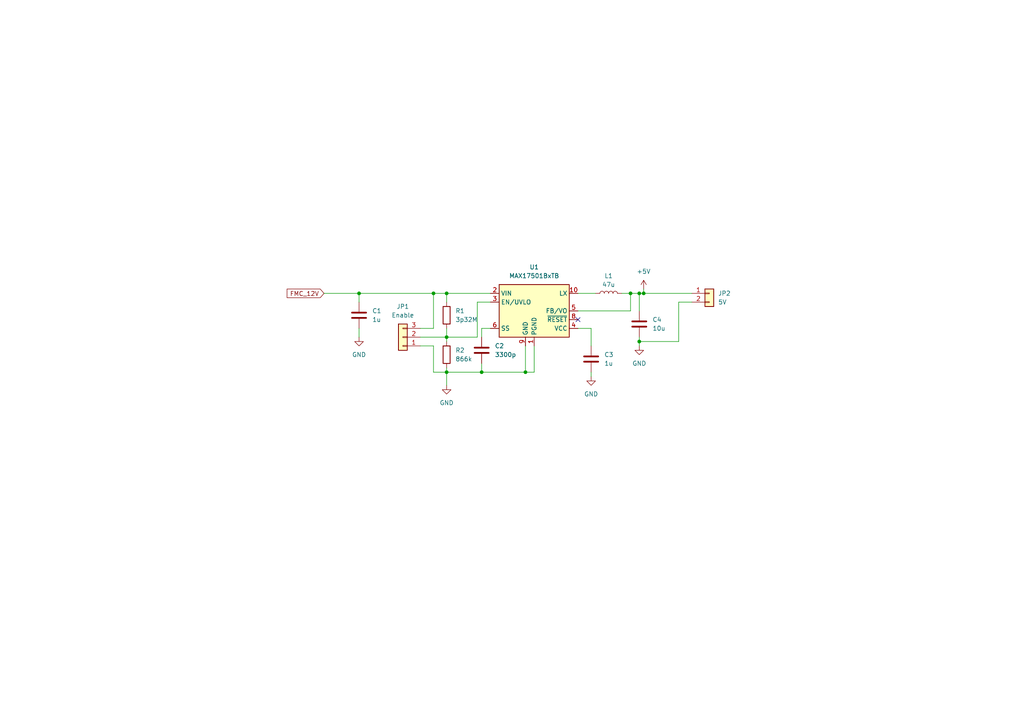
<source format=kicad_sch>
(kicad_sch (version 20231120) (generator "eeschema") (generator_version "8.0")
  (paper "A4")
  (lib_symbols
    (symbol "Connector_Generic:Conn_01x02" (pin_names (offset 1.016) hide)
      (property "Reference" "J" (at 0 2.54 0))
      (property "Value" "Conn_01x02" (at 0 -5.08 0))
      (symbol "Conn_01x02_1_1"
        (rectangle (start -1.27 -2.413) (end 0 -2.667) (stroke (width 0.1524)))
        (rectangle (start -1.27 0.127) (end 0 -0.127) (stroke (width 0.1524)))
        (rectangle (start -1.27 1.27) (end 1.27 -3.81) (stroke (width 0.254)) (fill (type background)))
        (pin passive line (at -5.08 0 0) (length 3.81) (name "Pin_1") (number "1"))
        (pin passive line (at -5.08 -2.54 0) (length 3.81) (name "Pin_2") (number "2"))
      )
    )
    (symbol "Connector_Generic:Conn_01x03" (pin_names (offset 1.016) hide)
      (property "Reference" "J" (at 0 5.08 0))
      (property "Value" "Conn_01x03" (at 0 -5.08 0))
      (symbol "Conn_01x03_1_1"
        (rectangle (start -1.27 -2.413) (end 0 -2.667) (stroke (width 0.1524)))
        (rectangle (start -1.27 0.127) (end 0 -0.127) (stroke (width 0.1524)))
        (rectangle (start -1.27 2.667) (end 0 2.413) (stroke (width 0.1524)))
        (rectangle (start -1.27 3.81) (end 1.27 -3.81) (stroke (width 0.254)) (fill (type background)))
        (pin passive line (at -5.08 2.54 0) (length 3.81) (name "Pin_1") (number "1"))
        (pin passive line (at -5.08 0 0) (length 3.81) (name "Pin_2") (number "2"))
        (pin passive line (at -5.08 -2.54 0) (length 3.81) (name "Pin_3") (number "3"))
      )
    )
    (symbol "Device:C" (pin_numbers hide) (pin_names (offset 0.254))
      (property "Reference" "C" (at 0.635 2.54 0))
      (property "Value" "C" (at 0.635 -2.54 0))
      (symbol "C_0_1"
        (polyline (pts (xy -2.032 -0.762) (xy 2.032 -0.762)) (stroke (width 0.508)))
        (polyline (pts (xy -2.032 0.762) (xy 2.032 0.762)) (stroke (width 0.508)))
      )
      (symbol "C_1_1"
        (pin passive line (at 0 3.81 270) (length 2.794) (name "~") (number "1"))
        (pin passive line (at 0 -3.81 90) (length 2.794) (name "~") (number "2"))
      )
    )
    (symbol "Device:L" (pin_numbers hide) (pin_names (offset 1.016) hide)
      (property "Reference" "L" (at -1.27 0 90))
      (property "Value" "L" (at 1.905 0 90))
      (symbol "L_0_1"
        (arc (start 0 -2.54) (mid 0.6323 -1.905) (end 0 -1.27))
        (arc (start 0 -1.27) (mid 0.6323 -0.635) (end 0 0))
        (arc (start 0 0) (mid 0.6323 0.635) (end 0 1.27))
        (arc (start 0 1.27) (mid 0.6323 1.905) (end 0 2.54))
      )
      (symbol "L_1_1"
        (pin passive line (at 0 3.81 270) (length 1.27) (name "1") (number "1"))
        (pin passive line (at 0 -3.81 90) (length 1.27) (name "2") (number "2"))
      )
    )
    (symbol "Device:R" (pin_numbers hide) (pin_names (offset 0))
      (property "Reference" "R" (at 2.032 0 90))
      (property "Value" "R" (at 0 0 90))
      (symbol "R_0_1"
        (rectangle (start -1.016 -2.54) (end 1.016 2.54) (stroke (width 0.254)))
      )
      (symbol "R_1_1"
        (pin passive line (at 0 3.81 270) (length 1.27) (name "~") (number "1"))
        (pin passive line (at 0 -3.81 90) (length 1.27) (name "~") (number "2"))
      )
    )
    (symbol "Regulator_Switching:MAX17501BxTB"
      (property "Reference" "U" (at -8.89 8.89 0))
      (property "Value" "MAX17501BxTB" (at 2.032 8.89 0))
      (symbol "MAX17501BxTB_0_1"
        (rectangle (start -10.16 7.62) (end 10.16 -7.62) (stroke (width 0.254)) (fill (type background)))
      )
      (symbol "MAX17501BxTB_1_1"
        (pin power_in line (at 0 -10.16 90) (length 2.54) (name "PGND") (number "1"))
        (pin power_out line (at 12.7 5.08 180) (length 2.54) (name "LX") (number "10"))
        (pin passive line (at -2.54 -10.16 90) (length 2.54) hide (name "GND") (number "11"))
        (pin power_in line (at -12.7 5.08 0) (length 2.54) (name "VIN") (number "2"))
        (pin input line (at -12.7 2.54 0) (length 2.54) (name "EN/UVLO") (number "3"))
        (pin power_out line (at 12.7 -5.08 180) (length 2.54) (name "VCC") (number "4"))
        (pin input line (at 12.7 0 180) (length 2.54) (name "FB/VO") (number "5"))
        (pin passive line (at -12.7 -5.08 0) (length 2.54) (name "SS") (number "6"))
        (pin no_connect line (at -10.16 -2.54 0) (length 2.54) hide (name "NC") (number "7"))
        (pin open_collector line (at 12.7 -2.54 180) (length 2.54) (name "~{RESET}") (number "8"))
        (pin power_in line (at -2.54 -10.16 90) (length 2.54) (name "GND") (number "9"))
      )
    )
    (symbol "power:+5V" (power) (pin_names (offset 0))
      (property "Value" "+5V" (at 0 3.556 0))
      (symbol "+5V_0_1"
        (polyline (pts (xy -0.762 1.27) (xy 0 2.54)))
        (polyline (pts (xy 0 0) (xy 0 2.54)))
        (polyline (pts (xy 0 2.54) (xy 0.762 1.27)))
      )
      (symbol "+5V_1_1"
        (pin power_in line (at 0 0 90) (length 0) hide (name "+5V") (number "1"))
      )
    )
    (symbol "power:GND" (power) (pin_names (offset 0))
      (property "Value" "GND" (at 0 -3.81 0))
      (symbol "GND_0_1"
        (polyline (pts (xy 0 0) (xy 0 -1.27) (xy 1.27 -1.27) (xy 0 -2.54) (xy -1.27 -1.27) (xy 0 -1.27)))
      )
      (symbol "GND_1_1"
        (pin power_in line (at 0 0 270) (length 0) hide (name "GND") (number "1"))
      )
    )
  )
  (junction (at 125.73 85.09))
  (junction (at 104.14 85.09))
  (junction (at 152.4 107.95))
  (junction (at 186.69 85.09))
  (junction (at 182.88 85.09))
  (junction (at 185.42 85.09))
  (junction (at 129.54 85.09))
  (junction (at 129.54 107.95))
  (junction (at 139.7 107.95))
  (junction (at 129.54 97.79))
  (junction (at 185.42 99.06))
  (no_connect (at 167.64 92.71))
  (wire (pts (xy 125.73 107.95) (xy 129.54 107.95)))
  (wire (pts (xy 125.73 85.09) (xy 129.54 85.09)))
  (wire (pts (xy 171.45 107.95) (xy 171.45 109.22)))
  (wire (pts (xy 167.64 90.17) (xy 182.88 90.17)))
  (wire (pts (xy 121.92 100.33) (xy 125.73 100.33)))
  (wire (pts (xy 167.64 85.09) (xy 172.72 85.09)))
  (wire (pts (xy 185.42 97.79) (xy 185.42 99.06)))
  (wire (pts (xy 121.92 97.79) (xy 129.54 97.79)))
  (wire (pts (xy 186.69 85.09) (xy 186.69 83.82)))
  (wire (pts (xy 129.54 95.25) (xy 129.54 97.79)))
  (wire (pts (xy 185.42 99.06) (xy 185.42 100.33)))
  (wire (pts (xy 185.42 85.09) (xy 186.69 85.09)))
  (wire (pts (xy 196.85 99.06) (xy 185.42 99.06)))
  (wire (pts (xy 154.94 107.95) (xy 152.4 107.95)))
  (wire (pts (xy 129.54 106.68) (xy 129.54 107.95)))
  (wire (pts (xy 125.73 95.25) (xy 125.73 85.09)))
  (wire (pts (xy 129.54 85.09) (xy 142.24 85.09)))
  (wire (pts (xy 180.34 85.09) (xy 182.88 85.09)))
  (wire (pts (xy 138.43 87.63) (xy 138.43 97.79)))
  (wire (pts (xy 129.54 97.79) (xy 129.54 99.06)))
  (wire (pts (xy 196.85 87.63) (xy 196.85 99.06)))
  (wire (pts (xy 125.73 100.33) (xy 125.73 107.95)))
  (wire (pts (xy 139.7 107.95) (xy 129.54 107.95)))
  (wire (pts (xy 185.42 85.09) (xy 185.42 90.17)))
  (wire (pts (xy 142.24 87.63) (xy 138.43 87.63)))
  (wire (pts (xy 200.66 87.63) (xy 196.85 87.63)))
  (wire (pts (xy 167.64 95.25) (xy 171.45 95.25)))
  (wire (pts (xy 129.54 85.09) (xy 129.54 87.63)))
  (wire (pts (xy 186.69 85.09) (xy 200.66 85.09)))
  (wire (pts (xy 129.54 97.79) (xy 138.43 97.79)))
  (wire (pts (xy 171.45 95.25) (xy 171.45 100.33)))
  (wire (pts (xy 139.7 97.79) (xy 139.7 95.25)))
  (wire (pts (xy 139.7 107.95) (xy 152.4 107.95)))
  (wire (pts (xy 139.7 95.25) (xy 142.24 95.25)))
  (wire (pts (xy 182.88 90.17) (xy 182.88 85.09)))
  (wire (pts (xy 139.7 105.41) (xy 139.7 107.95)))
  (wire (pts (xy 152.4 100.33) (xy 152.4 107.95)))
  (wire (pts (xy 104.14 95.25) (xy 104.14 97.79)))
  (wire (pts (xy 154.94 100.33) (xy 154.94 107.95)))
  (wire (pts (xy 121.92 95.25) (xy 125.73 95.25)))
  (wire (pts (xy 104.14 85.09) (xy 125.73 85.09)))
  (wire (pts (xy 93.98 85.09) (xy 104.14 85.09)))
  (wire (pts (xy 104.14 85.09) (xy 104.14 87.63)))
  (wire (pts (xy 182.88 85.09) (xy 185.42 85.09)))
  (wire (pts (xy 129.54 107.95) (xy 129.54 111.76)))
  (global_label "FMC_12V" (shape input) (at 93.98 85.09 180) (property "Intersheetrefs" "${INTERSHEET_REFS}" (effects (hide yes))))
  (symbol (lib_id "Device:L") (at 176.53 85.09 90) (unit 1)
    (property "Reference" "L1" (at 176.53 80.01 90))
    (property "Value" "47u" (at 176.53 82.55 90))
    (property "Footprint" "custom:Inductor_Eaton_SD53" (effects (hide yes)))
  )
  (symbol (lib_id "power:GND") (at 171.45 109.22 0) (unit 1)
    (property "Reference" "#PWR03" (effects (hide yes)))
    (property "Value" "GND" (at 171.45 114.3 0))
    (instances (project "fmc_esdi_drive" (path "" (reference "#PWR03") (unit 1))) (project "esdi_fmc" (path "" (reference "#PWR02") (unit 1))))
  )
  (symbol (lib_id "Device:C") (at 139.7 101.6 0) (unit 1)
    (property "Reference" "C2" (at 143.51 100.33 0) (effects (justify left)))
    (property "Value" "3300p" (at 143.51 102.87 0) (effects (justify left)))
    (property "Footprint" "Capacitor_SMD:C_1206_3216Metric" (effects (hide yes)))
  )
  (symbol (lib_id "Regulator_Switching:MAX17501BxTB") (at 154.94 90.17 0) (unit 1)
    (property "Reference" "U1" (at 154.94 77.47 0))
    (property "Value" "MAX17501BxTB" (at 154.94 80.01 0))
    (property "Footprint" "Package_DFN_QFN:TDFN-10-1EP_2x3mm_P0.5mm_EP0.9x2mm" (effects (hide yes)))
    (property "Datasheet" "https://datasheets.maximintegrated.com/en/ds/MAX17501.pdf" (effects (hide yes)))
  )
  (symbol (lib_id "Device:R") (at 129.54 102.87 180) (unit 1)
    (property "Reference" "R2" (at 132.08 101.6 0) (effects (justify right)))
    (property "Value" "866k" (at 132.08 104.14 0) (effects (justify right)))
    (property "Footprint" "Resistor_SMD:R_0805_2012Metric" (effects (hide yes)))
  )
  (symbol (lib_id "Device:R") (at 129.54 91.44 180) (unit 1)
    (property "Reference" "R1" (at 132.08 90.17 0) (effects (justify right)))
    (property "Value" "3p32M" (at 132.08 92.71 0) (effects (justify right)))
    (property "Footprint" "Resistor_SMD:R_0805_2012Metric" (effects (hide yes)))
  )
  (symbol (lib_id "Device:C") (at 171.45 104.14 0) (unit 1)
    (property "Reference" "C3" (at 175.26 102.87 0) (effects (justify left)))
    (property "Value" "1u" (at 175.26 105.41 0) (effects (justify left)))
    (property "Footprint" "Capacitor_SMD:C_1206_3216Metric" (effects (hide yes)))
  )
  (symbol (lib_id "Connector_Generic:Conn_01x03") (at 116.84 97.79 180) (unit 1)
    (property "Reference" "JP1" (at 116.84 88.9 0))
    (property "Value" "Enable" (at 116.84 91.44 0))
    (property "Footprint" "Connector_PinHeader_2.54mm:PinHeader_1x03_P2.54mm_Vertical" (effects (hide yes)))
  )
  (symbol (lib_id "power:GND") (at 129.54 111.76 0) (unit 1)
    (property "Reference" "#PWR02" (effects (hide yes)))
    (property "Value" "GND" (at 129.54 116.84 0))
    (instances (project "fmc_esdi_drive" (path "" (reference "#PWR02") (unit 1))) (project "esdi_fmc" (path "" (reference "#PWR01") (unit 1))))
  )
  (symbol (lib_id "Device:C") (at 104.14 91.44 0) (unit 1)
    (property "Reference" "C1" (at 107.95 90.17 0) (effects (justify left)))
    (property "Value" "1u" (at 107.95 92.71 0) (effects (justify left)))
    (property "Footprint" "Capacitor_SMD:C_1206_3216Metric" (effects (hide yes)))
  )
  (symbol (lib_id "Device:C") (at 185.42 93.98 0) (unit 1)
    (property "Reference" "C4" (at 189.23 92.71 0) (effects (justify left)))
    (property "Value" "10u" (at 189.23 95.25 0) (effects (justify left)))
    (property "Footprint" "Capacitor_SMD:C_1206_3216Metric" (effects (hide yes)))
  )
  (symbol (lib_id "Connector_Generic:Conn_01x02") (at 205.74 85.09 0) (unit 1)
    (property "Reference" "JP2" (at 208.28 85.09 0) (effects (justify left)))
    (property "Value" "5V" (at 208.28 87.63 0) (effects (justify left)))
    (property "Footprint" "Connector_PinHeader_2.54mm:PinHeader_1x02_P2.54mm_Vertical" (effects (hide yes)))
    (instances (project "fmc_esdi_drive" (path "" (reference "JP2") (unit 1))) (project "esdi_fmc" (path "" (reference "JP3") (unit 1))))
  )
  (symbol (lib_id "power:GND") (at 185.42 100.33 0) (unit 1)
    (property "Reference" "#PWR04" (effects (hide yes)))
    (property "Value" "GND" (at 185.42 105.41 0))
  )
  (symbol (lib_id "power:GND") (at 104.14 97.79 0) (unit 1)
    (property "Reference" "#PWR01" (effects (hide yes)))
    (property "Value" "GND" (at 104.14 102.87 0))
    (instances (project "fmc_esdi_drive" (path "" (reference "#PWR01") (unit 1))) (project "esdi_fmc" (path "" (reference "#PWR03") (unit 1))))
  )
  (symbol (lib_id "power:+5V") (at 186.69 83.82 0) (unit 1)
    (property "Reference" "#PWR05" (effects (hide yes)))
    (property "Value" "+5V" (at 186.69 78.74 0))
  )
)
</source>
